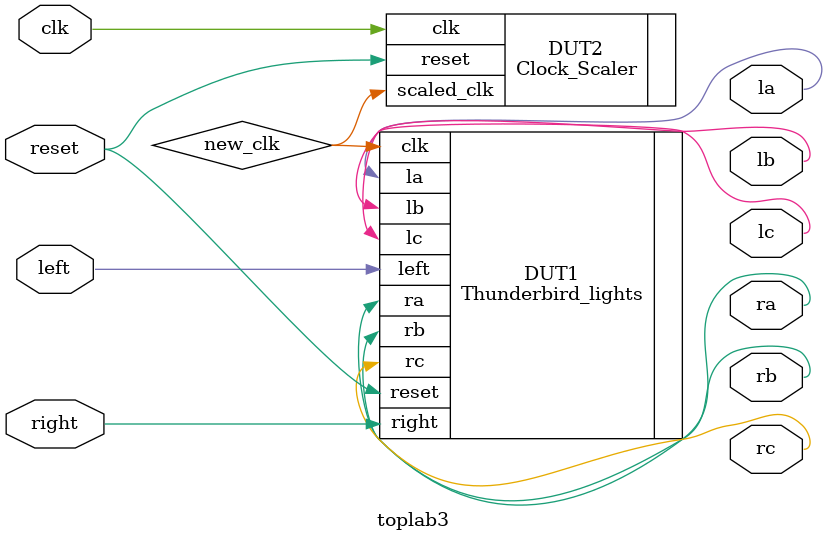
<source format=v>
`timescale 1ns / 1ps

module toplab3(input clk,input reset,input left,input right,output la, lb, lc, ra, rb, rc);

wire new_clk;

Thunderbird_lights DUT1(
.clk(new_clk),
.reset(reset),
.left(left),
.right(right),
.la(la),
.lb(lb),
.lc(lc),
.ra(ra),
.rb(rb),
.rc(rc)
);

Clock_Scaler DUT2 (
.clk(clk),
.reset(reset),
.scaled_clk(new_clk)
);

endmodule
</source>
